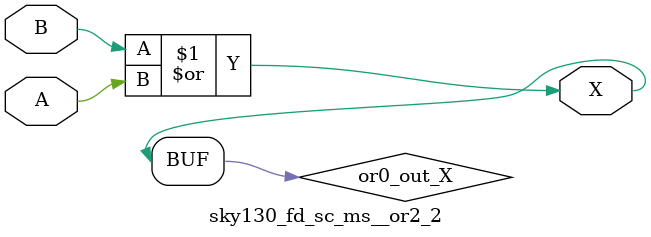
<source format=v>
/*
 * Copyright 2020 The SkyWater PDK Authors
 *
 * Licensed under the Apache License, Version 2.0 (the "License");
 * you may not use this file except in compliance with the License.
 * You may obtain a copy of the License at
 *
 *     https://www.apache.org/licenses/LICENSE-2.0
 *
 * Unless required by applicable law or agreed to in writing, software
 * distributed under the License is distributed on an "AS IS" BASIS,
 * WITHOUT WARRANTIES OR CONDITIONS OF ANY KIND, either express or implied.
 * See the License for the specific language governing permissions and
 * limitations under the License.
 *
 * SPDX-License-Identifier: Apache-2.0
*/


`ifndef SKY130_FD_SC_MS__OR2_2_FUNCTIONAL_V
`define SKY130_FD_SC_MS__OR2_2_FUNCTIONAL_V

/**
 * or2: 2-input OR.
 *
 * Verilog simulation functional model.
 */

`timescale 1ns / 1ps
`default_nettype none

`celldefine
module sky130_fd_sc_ms__or2_2 (
    X,
    A,
    B
);

    // Module ports
    output X;
    input  A;
    input  B;

    // Local signals
    wire or0_out_X;

    //  Name  Output     Other arguments
    or  or0  (or0_out_X, B, A           );
    buf buf0 (X        , or0_out_X      );

endmodule
`endcelldefine

`default_nettype wire
`endif  // SKY130_FD_SC_MS__OR2_2_FUNCTIONAL_V

</source>
